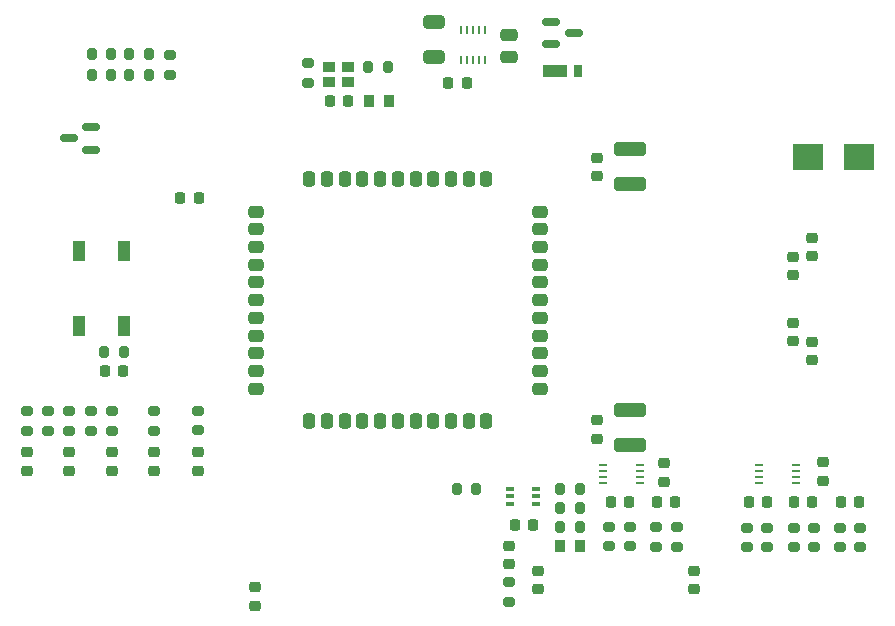
<source format=gbr>
G04 #@! TF.GenerationSoftware,KiCad,Pcbnew,(6.0.8)*
G04 #@! TF.CreationDate,2022-12-12T15:57:36+01:00*
G04 #@! TF.ProjectId,TMCM-1290-EVAL_v1.0,544d434d-2d31-4323-9930-2d4556414c5f,rev?*
G04 #@! TF.SameCoordinates,PX3c8eee0PY8eeaea0*
G04 #@! TF.FileFunction,Paste,Top*
G04 #@! TF.FilePolarity,Positive*
%FSLAX46Y46*%
G04 Gerber Fmt 4.6, Leading zero omitted, Abs format (unit mm)*
G04 Created by KiCad (PCBNEW (6.0.8)) date 2022-12-12 15:57:36*
%MOMM*%
%LPD*%
G01*
G04 APERTURE LIST*
G04 Aperture macros list*
%AMRoundRect*
0 Rectangle with rounded corners*
0 $1 Rounding radius*
0 $2 $3 $4 $5 $6 $7 $8 $9 X,Y pos of 4 corners*
0 Add a 4 corners polygon primitive as box body*
4,1,4,$2,$3,$4,$5,$6,$7,$8,$9,$2,$3,0*
0 Add four circle primitives for the rounded corners*
1,1,$1+$1,$2,$3*
1,1,$1+$1,$4,$5*
1,1,$1+$1,$6,$7*
1,1,$1+$1,$8,$9*
0 Add four rect primitives between the rounded corners*
20,1,$1+$1,$2,$3,$4,$5,0*
20,1,$1+$1,$4,$5,$6,$7,0*
20,1,$1+$1,$6,$7,$8,$9,0*
20,1,$1+$1,$8,$9,$2,$3,0*%
G04 Aperture macros list end*
%ADD10RoundRect,0.225000X0.225000X0.250000X-0.225000X0.250000X-0.225000X-0.250000X0.225000X-0.250000X0*%
%ADD11RoundRect,0.225000X0.250000X-0.225000X0.250000X0.225000X-0.250000X0.225000X-0.250000X-0.225000X0*%
%ADD12R,0.787400X0.355600*%
%ADD13RoundRect,0.200000X0.275000X-0.200000X0.275000X0.200000X-0.275000X0.200000X-0.275000X-0.200000X0*%
%ADD14RoundRect,0.250000X0.475000X-0.250000X0.475000X0.250000X-0.475000X0.250000X-0.475000X-0.250000X0*%
%ADD15RoundRect,0.200000X0.200000X0.275000X-0.200000X0.275000X-0.200000X-0.275000X0.200000X-0.275000X0*%
%ADD16R,0.863600X0.990600*%
%ADD17RoundRect,0.200000X-0.275000X0.200000X-0.275000X-0.200000X0.275000X-0.200000X0.275000X0.200000X0*%
%ADD18RoundRect,0.200000X-0.200000X-0.275000X0.200000X-0.275000X0.200000X0.275000X-0.200000X0.275000X0*%
%ADD19RoundRect,0.225000X-0.250000X0.225000X-0.250000X-0.225000X0.250000X-0.225000X0.250000X0.225000X0*%
%ADD20RoundRect,0.218750X0.256250X-0.218750X0.256250X0.218750X-0.256250X0.218750X-0.256250X-0.218750X0*%
%ADD21RoundRect,0.150000X0.587500X0.150000X-0.587500X0.150000X-0.587500X-0.150000X0.587500X-0.150000X0*%
%ADD22R,2.500000X2.300000*%
%ADD23R,0.750000X0.250000*%
%ADD24RoundRect,0.250000X-0.650000X0.325000X-0.650000X-0.325000X0.650000X-0.325000X0.650000X0.325000X0*%
%ADD25R,2.000000X1.100000*%
%ADD26R,0.800000X1.100000*%
%ADD27RoundRect,0.225000X-0.225000X-0.250000X0.225000X-0.250000X0.225000X0.250000X-0.225000X0.250000X0*%
%ADD28RoundRect,0.250000X-0.250000X-0.400000X0.250000X-0.400000X0.250000X0.400000X-0.250000X0.400000X0*%
%ADD29RoundRect,0.250000X0.400000X-0.250000X0.400000X0.250000X-0.400000X0.250000X-0.400000X-0.250000X0*%
%ADD30RoundRect,0.250000X0.250000X0.400000X-0.250000X0.400000X-0.250000X-0.400000X0.250000X-0.400000X0*%
%ADD31RoundRect,0.250000X-0.400000X0.250000X-0.400000X-0.250000X0.400000X-0.250000X0.400000X0.250000X0*%
%ADD32R,0.254000X0.762000*%
%ADD33RoundRect,0.250000X-1.100000X0.325000X-1.100000X-0.325000X1.100000X-0.325000X1.100000X0.325000X0*%
%ADD34RoundRect,0.150000X-0.587500X-0.150000X0.587500X-0.150000X0.587500X0.150000X-0.587500X0.150000X0*%
%ADD35R,1.000000X0.900000*%
%ADD36R,1.000000X1.700000*%
%ADD37RoundRect,0.250000X1.100000X-0.325000X1.100000X0.325000X-1.100000X0.325000X-1.100000X-0.325000X0*%
G04 APERTURE END LIST*
D10*
G04 #@! TO.C,C12*
X56760000Y10800000D03*
X55210000Y10800000D03*
G04 #@! TD*
D11*
G04 #@! TO.C,C24*
X46600000Y5525000D03*
X46600000Y7075000D03*
G04 #@! TD*
D12*
G04 #@! TO.C,U6*
X46733200Y11949999D03*
X46733200Y11300000D03*
X46733200Y10650001D03*
X48866800Y10650001D03*
X48866800Y11300000D03*
X48866800Y11949999D03*
G04 #@! TD*
D13*
G04 #@! TO.C,R8*
X20300000Y16875000D03*
X20300000Y18525000D03*
G04 #@! TD*
D14*
G04 #@! TO.C,C5*
X46644300Y48450000D03*
X46644300Y50350000D03*
G04 #@! TD*
D15*
G04 #@! TO.C,R20*
X52625000Y8700000D03*
X50975000Y8700000D03*
G04 #@! TD*
D16*
G04 #@! TO.C,L2*
X52625500Y7065350D03*
X50974500Y7065350D03*
G04 #@! TD*
D13*
G04 #@! TO.C,R14*
X7600000Y16825000D03*
X7600000Y18475000D03*
G04 #@! TD*
D17*
G04 #@! TO.C,R28*
X72415000Y8625000D03*
X72415000Y6975000D03*
G04 #@! TD*
D18*
G04 #@! TO.C,R4*
X11275000Y48700000D03*
X12925000Y48700000D03*
G04 #@! TD*
D17*
G04 #@! TO.C,R27*
X70715000Y8625000D03*
X70715000Y6975000D03*
G04 #@! TD*
D19*
G04 #@! TO.C,C25*
X49100000Y4975000D03*
X49100000Y3425000D03*
G04 #@! TD*
D20*
G04 #@! TO.C,D4*
X20300000Y13462500D03*
X20300000Y15037500D03*
G04 #@! TD*
D13*
G04 #@! TO.C,R11*
X9400000Y16825000D03*
X9400000Y18475000D03*
G04 #@! TD*
D21*
G04 #@! TO.C,D1*
X11237500Y40650000D03*
X11237500Y42550000D03*
X9362500Y41600000D03*
G04 #@! TD*
D20*
G04 #@! TO.C,D5*
X9400000Y13462500D03*
X9400000Y15037500D03*
G04 #@! TD*
D18*
G04 #@! TO.C,R5*
X11275000Y47000000D03*
X12925000Y47000000D03*
G04 #@! TD*
D19*
G04 #@! TO.C,C27*
X62300000Y4975000D03*
X62300000Y3425000D03*
G04 #@! TD*
D22*
G04 #@! TO.C,D2*
X71950000Y40000000D03*
X76250000Y40000000D03*
G04 #@! TD*
D13*
G04 #@! TO.C,R15*
X11200000Y16825000D03*
X11200000Y18475000D03*
G04 #@! TD*
D10*
G04 #@! TO.C,C18*
X76275000Y10800000D03*
X74725000Y10800000D03*
G04 #@! TD*
D17*
G04 #@! TO.C,R25*
X68500000Y8625000D03*
X68500000Y6975000D03*
G04 #@! TD*
D20*
G04 #@! TO.C,D6*
X5800000Y13462500D03*
X5800000Y15037500D03*
G04 #@! TD*
D10*
G04 #@! TO.C,C4*
X43019300Y46300000D03*
X41469300Y46300000D03*
G04 #@! TD*
D17*
G04 #@! TO.C,R6*
X29587500Y47937500D03*
X29587500Y46287500D03*
G04 #@! TD*
G04 #@! TO.C,R22*
X60810000Y8675000D03*
X60810000Y7025000D03*
G04 #@! TD*
G04 #@! TO.C,R3*
X17900000Y48625000D03*
X17900000Y46975000D03*
G04 #@! TD*
D23*
G04 #@! TO.C,U7*
X67810000Y13950000D03*
X67810000Y13450000D03*
X67810000Y12950000D03*
X67810000Y12450000D03*
X70910000Y12450000D03*
X70910000Y12950000D03*
X70910000Y13450000D03*
X70910000Y13950000D03*
G04 #@! TD*
D20*
G04 #@! TO.C,D7*
X16600000Y13462500D03*
X16600000Y15037500D03*
G04 #@! TD*
D11*
G04 #@! TO.C,C14*
X54100000Y16175000D03*
X54100000Y17725000D03*
G04 #@! TD*
D20*
G04 #@! TO.C,D8*
X13000000Y13462500D03*
X13000000Y15037500D03*
G04 #@! TD*
D15*
G04 #@! TO.C,R7*
X36350000Y47612500D03*
X34700000Y47612500D03*
G04 #@! TD*
D17*
G04 #@! TO.C,R29*
X55085000Y8725000D03*
X55085000Y7075000D03*
G04 #@! TD*
D19*
G04 #@! TO.C,C22*
X73200000Y14175000D03*
X73200000Y12625000D03*
G04 #@! TD*
D16*
G04 #@! TO.C,L1*
X36450500Y44725000D03*
X34799500Y44725000D03*
G04 #@! TD*
D24*
G04 #@! TO.C,C3*
X40244300Y51475000D03*
X40244300Y48525000D03*
G04 #@! TD*
D11*
G04 #@! TO.C,C16*
X72300000Y22825000D03*
X72300000Y24375000D03*
G04 #@! TD*
D19*
G04 #@! TO.C,C9*
X59700000Y14075000D03*
X59700000Y12525000D03*
G04 #@! TD*
D17*
G04 #@! TO.C,R24*
X66800000Y8625000D03*
X66800000Y6975000D03*
G04 #@! TD*
D15*
G04 #@! TO.C,R9*
X14000000Y23500000D03*
X12350000Y23500000D03*
G04 #@! TD*
D18*
G04 #@! TO.C,R17*
X50975000Y11900000D03*
X52625000Y11900000D03*
G04 #@! TD*
D10*
G04 #@! TO.C,C26*
X48675000Y8834650D03*
X47125000Y8834650D03*
G04 #@! TD*
G04 #@! TO.C,C15*
X68475000Y10800000D03*
X66925000Y10800000D03*
G04 #@! TD*
D19*
G04 #@! TO.C,C17*
X72300000Y33175000D03*
X72300000Y31625000D03*
G04 #@! TD*
D25*
G04 #@! TO.C,D3*
X50550000Y47300000D03*
D26*
X52450000Y47300000D03*
G04 #@! TD*
D17*
G04 #@! TO.C,R21*
X59068332Y8675000D03*
X59068332Y7025000D03*
G04 #@! TD*
D23*
G04 #@! TO.C,U8*
X54590000Y13950000D03*
X54590000Y13450000D03*
X54590000Y12950000D03*
X54590000Y12450000D03*
X57690000Y12450000D03*
X57690000Y12950000D03*
X57690000Y13450000D03*
X57690000Y13950000D03*
G04 #@! TD*
D19*
G04 #@! TO.C,C21*
X70700000Y25975000D03*
X70700000Y24425000D03*
G04 #@! TD*
D17*
G04 #@! TO.C,R30*
X76315000Y8625000D03*
X76315000Y6975000D03*
G04 #@! TD*
D19*
G04 #@! TO.C,C23*
X25100000Y3575000D03*
X25100000Y2025000D03*
G04 #@! TD*
D27*
G04 #@! TO.C,C1*
X18783000Y36576000D03*
X20333000Y36576000D03*
G04 #@! TD*
D11*
G04 #@! TO.C,C13*
X70700000Y30025000D03*
X70700000Y31575000D03*
G04 #@! TD*
D17*
G04 #@! TO.C,R23*
X74615000Y8625000D03*
X74615000Y6975000D03*
G04 #@! TD*
D27*
G04 #@! TO.C,C2*
X31450000Y44725000D03*
X33000000Y44725000D03*
G04 #@! TD*
D28*
G04 #@! TO.C,U5*
X29700000Y17650000D03*
X31200000Y17650000D03*
X32700000Y17650000D03*
X34200000Y17650000D03*
X35700000Y17650000D03*
X37200000Y17650000D03*
X38700000Y17650000D03*
X40200000Y17650000D03*
X41700000Y17650000D03*
X43200000Y17650000D03*
X44700000Y17650000D03*
D29*
X49200000Y20400000D03*
X49200000Y21900000D03*
X49200000Y23400000D03*
X49200000Y24900000D03*
X49200000Y26400000D03*
X49200000Y27900000D03*
X49200000Y29400000D03*
X49200000Y30900000D03*
X49200000Y32400000D03*
X49200000Y33900000D03*
X49200000Y35400000D03*
D30*
X44700000Y38150000D03*
X43200000Y38150000D03*
X41700000Y38150000D03*
X40200000Y38150000D03*
X38700000Y38150000D03*
X37200000Y38150000D03*
X35700000Y38150000D03*
X34200000Y38150000D03*
X32700000Y38150000D03*
X31200000Y38150000D03*
X29700000Y38150000D03*
D31*
X25200000Y35400000D03*
X25200000Y33900000D03*
X25200000Y32400000D03*
X25200000Y30900000D03*
X25200000Y29400000D03*
X25200000Y27900000D03*
X25200000Y26400000D03*
X25200000Y24900000D03*
X25200000Y23400000D03*
X25200000Y21900000D03*
X25200000Y20400000D03*
G04 #@! TD*
D19*
G04 #@! TO.C,C6*
X54100000Y39975000D03*
X54100000Y38425000D03*
G04 #@! TD*
D13*
G04 #@! TO.C,R19*
X46600000Y2375000D03*
X46600000Y4025000D03*
G04 #@! TD*
D32*
G04 #@! TO.C,U1*
X44544301Y50744600D03*
X44044299Y50744600D03*
X43544300Y50744600D03*
X43044301Y50744600D03*
X42544299Y50744600D03*
X42544299Y48255400D03*
X43044301Y48255400D03*
X43544300Y48255400D03*
X44044299Y48255400D03*
X44544301Y48255400D03*
G04 #@! TD*
D10*
G04 #@! TO.C,C20*
X60675000Y10800000D03*
X59125000Y10800000D03*
G04 #@! TD*
G04 #@! TO.C,C28*
X13975000Y21900000D03*
X12425000Y21900000D03*
G04 #@! TD*
D18*
G04 #@! TO.C,R1*
X14475000Y47000000D03*
X16125000Y47000000D03*
G04 #@! TD*
D33*
G04 #@! TO.C,C8*
X56900000Y40675000D03*
X56900000Y37725000D03*
G04 #@! TD*
D15*
G04 #@! TO.C,R16*
X43825000Y11900000D03*
X42175000Y11900000D03*
G04 #@! TD*
D34*
G04 #@! TO.C,Q1*
X50212500Y51450000D03*
X50212500Y49550000D03*
X52087500Y50500000D03*
G04 #@! TD*
D18*
G04 #@! TO.C,R2*
X14475000Y48700000D03*
X16125000Y48700000D03*
G04 #@! TD*
D17*
G04 #@! TO.C,R26*
X56826666Y8725000D03*
X56826666Y7075000D03*
G04 #@! TD*
D10*
G04 #@! TO.C,C10*
X72275000Y10800000D03*
X70725000Y10800000D03*
G04 #@! TD*
D35*
G04 #@! TO.C,Y1*
X33000000Y47625000D03*
X31375000Y47625000D03*
X31375000Y46400000D03*
X33000000Y46400000D03*
G04 #@! TD*
D36*
G04 #@! TO.C,U4*
X10200000Y32050000D03*
X10200000Y25750000D03*
X14000000Y32050000D03*
X14000000Y25750000D03*
G04 #@! TD*
D13*
G04 #@! TO.C,R10*
X16600000Y16825000D03*
X16600000Y18475000D03*
G04 #@! TD*
D37*
G04 #@! TO.C,C11*
X56900000Y15625000D03*
X56900000Y18575000D03*
G04 #@! TD*
D13*
G04 #@! TO.C,R12*
X5800000Y16825000D03*
X5800000Y18475000D03*
G04 #@! TD*
G04 #@! TO.C,R13*
X13000000Y16825000D03*
X13000000Y18475000D03*
G04 #@! TD*
D15*
G04 #@! TO.C,R18*
X52625000Y10315350D03*
X50975000Y10315350D03*
G04 #@! TD*
M02*

</source>
